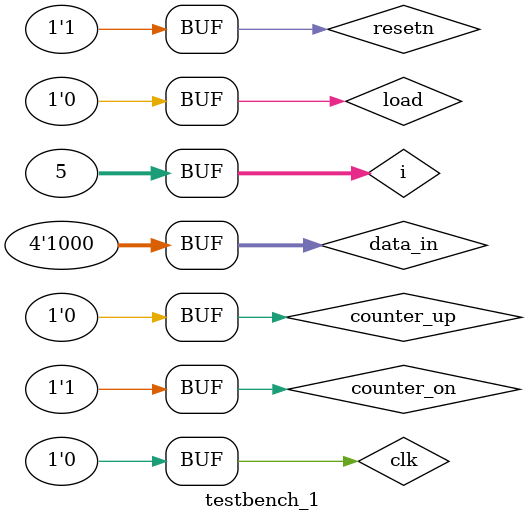
<source format=v>

module testbench_1();
integer i;
reg clk, counter_on, resetn, load, counter_up;
reg [3:0] data_in;
wire [3:0] count;
wire TC;
decadeCounter d1(counter_up,
load, resetn, counter_on,
clk, data_in, count, TC);
initial
begin
	resetn=1;
	load=0; data_in =4'b1000;
	counter_on=1; counter_up =1;
	for( i=0; i<5; i=i+1)begin
	clk =1; #20; clk =0; #20;	
	end
	load =1;
	clk =1; #20; clk =0; #20; load =0;	
	counter_up =0;
	for( i=0; i<5; i=i+1)begin
	clk =1; #20; clk =0; #20;	
	end
end
endmodule
</source>
